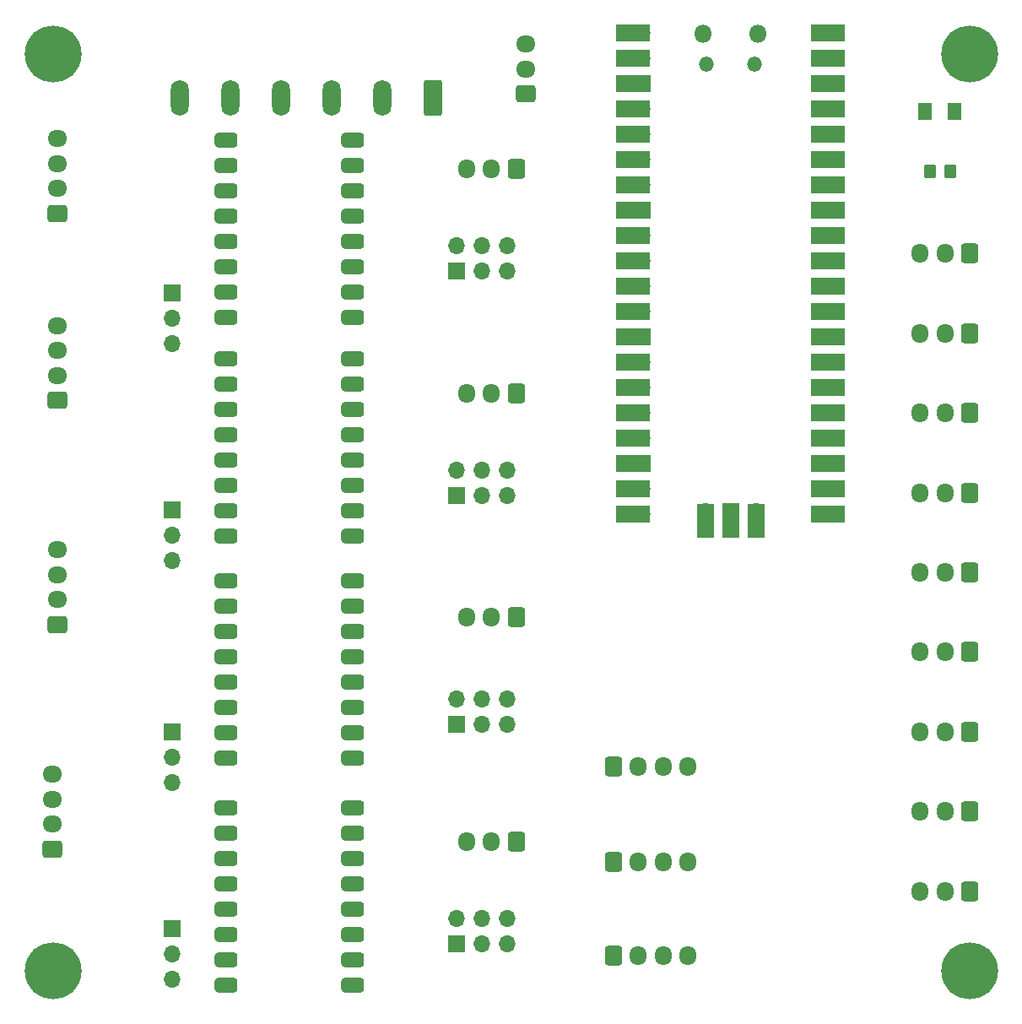
<source format=gbr>
%TF.GenerationSoftware,KiCad,Pcbnew,(6.0.2)*%
%TF.CreationDate,2022-10-21T14:00:44+13:00*%
%TF.ProjectId,PiPicoCNCShield,50695069-636f-4434-9e43-536869656c64,rev?*%
%TF.SameCoordinates,Original*%
%TF.FileFunction,Soldermask,Top*%
%TF.FilePolarity,Negative*%
%FSLAX46Y46*%
G04 Gerber Fmt 4.6, Leading zero omitted, Abs format (unit mm)*
G04 Created by KiCad (PCBNEW (6.0.2)) date 2022-10-21 14:00:44*
%MOMM*%
%LPD*%
G01*
G04 APERTURE LIST*
G04 Aperture macros list*
%AMRoundRect*
0 Rectangle with rounded corners*
0 $1 Rounding radius*
0 $2 $3 $4 $5 $6 $7 $8 $9 X,Y pos of 4 corners*
0 Add a 4 corners polygon primitive as box body*
4,1,4,$2,$3,$4,$5,$6,$7,$8,$9,$2,$3,0*
0 Add four circle primitives for the rounded corners*
1,1,$1+$1,$2,$3*
1,1,$1+$1,$4,$5*
1,1,$1+$1,$6,$7*
1,1,$1+$1,$8,$9*
0 Add four rect primitives between the rounded corners*
20,1,$1+$1,$2,$3,$4,$5,0*
20,1,$1+$1,$4,$5,$6,$7,0*
20,1,$1+$1,$6,$7,$8,$9,0*
20,1,$1+$1,$8,$9,$2,$3,0*%
G04 Aperture macros list end*
%ADD10RoundRect,0.250000X0.350000X0.450000X-0.350000X0.450000X-0.350000X-0.450000X0.350000X-0.450000X0*%
%ADD11RoundRect,0.250000X0.725000X-0.600000X0.725000X0.600000X-0.725000X0.600000X-0.725000X-0.600000X0*%
%ADD12O,1.950000X1.700000*%
%ADD13O,1.700000X1.700000*%
%ADD14R,1.700000X1.700000*%
%ADD15RoundRect,0.250000X0.600000X0.725000X-0.600000X0.725000X-0.600000X-0.725000X0.600000X-0.725000X0*%
%ADD16O,1.700000X1.950000*%
%ADD17RoundRect,0.381000X0.762000X0.381000X-0.762000X0.381000X-0.762000X-0.381000X0.762000X-0.381000X0*%
%ADD18RoundRect,0.250000X0.650000X1.550000X-0.650000X1.550000X-0.650000X-1.550000X0.650000X-1.550000X0*%
%ADD19O,1.800000X3.600000*%
%ADD20C,5.700000*%
%ADD21R,1.700000X3.500000*%
%ADD22R,3.500000X1.700000*%
%ADD23O,1.500000X1.500000*%
%ADD24O,1.800000X1.800000*%
%ADD25RoundRect,0.250000X-0.600000X-0.725000X0.600000X-0.725000X0.600000X0.725000X-0.600000X0.725000X0*%
%ADD26RoundRect,0.250001X-0.462499X-0.624999X0.462499X-0.624999X0.462499X0.624999X-0.462499X0.624999X0*%
G04 APERTURE END LIST*
D10*
%TO.C,R1*%
X194000000Y-65750000D03*
X192000000Y-65750000D03*
%TD*%
D11*
%TO.C,J23*%
X104475000Y-111250000D03*
D12*
X104475000Y-108750000D03*
X104475000Y-106250000D03*
X104475000Y-103750000D03*
%TD*%
D13*
%TO.C,J22*%
X149555000Y-118735000D03*
X149555000Y-121275000D03*
X147015000Y-118735000D03*
X147015000Y-121275000D03*
X144475000Y-118735000D03*
D14*
X144475000Y-121275000D03*
%TD*%
%TO.C,J13*%
X116000000Y-77975000D03*
D13*
X116000000Y-80515000D03*
X116000000Y-83055000D03*
%TD*%
%TO.C,J14*%
X149555000Y-73235000D03*
X149555000Y-75775000D03*
X147015000Y-73235000D03*
X147015000Y-75775000D03*
X144475000Y-73235000D03*
D14*
X144475000Y-75775000D03*
%TD*%
D11*
%TO.C,J15*%
X104475000Y-70000000D03*
D12*
X104475000Y-67500000D03*
X104475000Y-65000000D03*
X104475000Y-62500000D03*
%TD*%
D15*
%TO.C,J16*%
X150500000Y-65525000D03*
D16*
X148000000Y-65525000D03*
X145500000Y-65525000D03*
%TD*%
D12*
%TO.C,J19*%
X104475000Y-81250000D03*
X104475000Y-83750000D03*
X104475000Y-86250000D03*
D11*
X104475000Y-88750000D03*
%TD*%
D16*
%TO.C,J20*%
X145500000Y-88025000D03*
X148000000Y-88025000D03*
D15*
X150500000Y-88025000D03*
%TD*%
D14*
%TO.C,J18*%
X144475000Y-98275000D03*
D13*
X144475000Y-95735000D03*
X147015000Y-98275000D03*
X147015000Y-95735000D03*
X149555000Y-98275000D03*
X149555000Y-95735000D03*
%TD*%
D14*
%TO.C,J17*%
X116000000Y-99725000D03*
D13*
X116000000Y-102265000D03*
X116000000Y-104805000D03*
%TD*%
D14*
%TO.C,J21*%
X116000000Y-121975000D03*
D13*
X116000000Y-124515000D03*
X116000000Y-127055000D03*
%TD*%
D17*
%TO.C,U3*%
X121400000Y-102390000D03*
X121400000Y-99850000D03*
X121400000Y-97310000D03*
X121400000Y-94770000D03*
X121400000Y-92230000D03*
X121400000Y-89690000D03*
X121400000Y-87150000D03*
X121400000Y-84610000D03*
X134100000Y-84610000D03*
X134100000Y-87150000D03*
X134100000Y-89690000D03*
X134100000Y-92230000D03*
X134100000Y-94770000D03*
X134100000Y-97310000D03*
X134100000Y-99850000D03*
X134100000Y-102390000D03*
%TD*%
D18*
%TO.C,J29*%
X142145000Y-58432500D03*
D19*
X137065000Y-58432500D03*
X131985000Y-58432500D03*
X126905000Y-58432500D03*
X121825000Y-58432500D03*
X116745000Y-58432500D03*
%TD*%
D12*
%TO.C,J27*%
X103975000Y-126250000D03*
X103975000Y-128750000D03*
X103975000Y-131250000D03*
D11*
X103975000Y-133750000D03*
%TD*%
D16*
%TO.C,J28*%
X145500000Y-133025000D03*
X148000000Y-133025000D03*
D15*
X150500000Y-133025000D03*
%TD*%
D14*
%TO.C,J25*%
X116000000Y-141725000D03*
D13*
X116000000Y-144265000D03*
X116000000Y-146805000D03*
%TD*%
D17*
%TO.C,U4*%
X134100000Y-124640000D03*
X134100000Y-122100000D03*
X134100000Y-119560000D03*
X134100000Y-117020000D03*
X134100000Y-114480000D03*
X134100000Y-111940000D03*
X134100000Y-109400000D03*
X134100000Y-106860000D03*
X121400000Y-106860000D03*
X121400000Y-109400000D03*
X121400000Y-111940000D03*
X121400000Y-114480000D03*
X121400000Y-117020000D03*
X121400000Y-119560000D03*
X121400000Y-122100000D03*
X121400000Y-124640000D03*
%TD*%
%TO.C,U2*%
X134100000Y-80390000D03*
X134100000Y-77850000D03*
X134100000Y-75310000D03*
X134100000Y-72770000D03*
X134100000Y-70230000D03*
X134100000Y-67690000D03*
X134100000Y-65150000D03*
X134100000Y-62610000D03*
X121400000Y-62610000D03*
X121400000Y-65150000D03*
X121400000Y-67690000D03*
X121400000Y-70230000D03*
X121400000Y-72770000D03*
X121400000Y-75310000D03*
X121400000Y-77850000D03*
X121400000Y-80390000D03*
%TD*%
D14*
%TO.C,J26*%
X144475000Y-143275000D03*
D13*
X144475000Y-140735000D03*
X147015000Y-143275000D03*
X147015000Y-140735000D03*
X149555000Y-143275000D03*
X149555000Y-140735000D03*
%TD*%
D16*
%TO.C,J24*%
X145500000Y-110525000D03*
X148000000Y-110525000D03*
D15*
X150500000Y-110525000D03*
%TD*%
D11*
%TO.C,J30*%
X151475000Y-58000000D03*
D12*
X151475000Y-55500000D03*
X151475000Y-53000000D03*
%TD*%
D17*
%TO.C,U5*%
X134100000Y-147390000D03*
X134100000Y-144850000D03*
X134100000Y-142310000D03*
X134100000Y-139770000D03*
X134100000Y-137230000D03*
X134100000Y-134690000D03*
X134100000Y-132150000D03*
X134100000Y-129610000D03*
X121400000Y-129610000D03*
X121400000Y-132150000D03*
X121400000Y-134690000D03*
X121400000Y-137230000D03*
X121400000Y-139770000D03*
X121400000Y-142310000D03*
X121400000Y-144850000D03*
X121400000Y-147390000D03*
%TD*%
D20*
%TO.C,H4*%
X104000000Y-146000000D03*
%TD*%
%TO.C,H1*%
X104000000Y-54000000D03*
%TD*%
%TO.C,H3*%
X196000000Y-146000000D03*
%TD*%
%TO.C,H2*%
X196000000Y-54000000D03*
%TD*%
D21*
%TO.C,U1*%
X174540000Y-100800000D03*
D13*
X174540000Y-99900000D03*
D21*
X172000000Y-100800000D03*
D14*
X172000000Y-99900000D03*
D13*
X169460000Y-99900000D03*
D21*
X169460000Y-100800000D03*
D22*
X181790000Y-51870000D03*
D13*
X180890000Y-51870000D03*
X180890000Y-54410000D03*
D22*
X181790000Y-54410000D03*
D14*
X180890000Y-56950000D03*
D22*
X181790000Y-56950000D03*
D13*
X180890000Y-59490000D03*
D22*
X181790000Y-59490000D03*
X181790000Y-62030000D03*
D13*
X180890000Y-62030000D03*
X180890000Y-64570000D03*
D22*
X181790000Y-64570000D03*
D13*
X180890000Y-67110000D03*
D22*
X181790000Y-67110000D03*
D14*
X180890000Y-69650000D03*
D22*
X181790000Y-69650000D03*
X181790000Y-72190000D03*
D13*
X180890000Y-72190000D03*
D22*
X181790000Y-74730000D03*
D13*
X180890000Y-74730000D03*
X180890000Y-77270000D03*
D22*
X181790000Y-77270000D03*
X181790000Y-79810000D03*
D13*
X180890000Y-79810000D03*
D22*
X181790000Y-82350000D03*
D14*
X180890000Y-82350000D03*
D22*
X181790000Y-84890000D03*
D13*
X180890000Y-84890000D03*
X180890000Y-87430000D03*
D22*
X181790000Y-87430000D03*
D13*
X180890000Y-89970000D03*
D22*
X181790000Y-89970000D03*
X181790000Y-92510000D03*
D13*
X180890000Y-92510000D03*
D14*
X180890000Y-95050000D03*
D22*
X181790000Y-95050000D03*
D13*
X180890000Y-97590000D03*
D22*
X181790000Y-97590000D03*
D13*
X180890000Y-100130000D03*
D22*
X181790000Y-100130000D03*
D13*
X163110000Y-100130000D03*
D22*
X162210000Y-100130000D03*
X162210000Y-97590000D03*
D13*
X163110000Y-97590000D03*
D14*
X163110000Y-95050000D03*
D22*
X162210000Y-95050000D03*
D13*
X163110000Y-92510000D03*
D22*
X162210000Y-92510000D03*
D13*
X163110000Y-89970000D03*
D22*
X162210000Y-89970000D03*
X162210000Y-87430000D03*
D13*
X163110000Y-87430000D03*
X163110000Y-84890000D03*
D22*
X162210000Y-84890000D03*
X162210000Y-82350000D03*
D14*
X163110000Y-82350000D03*
D22*
X162210000Y-79810000D03*
D13*
X163110000Y-79810000D03*
X163110000Y-77270000D03*
D22*
X162210000Y-77270000D03*
X162210000Y-74730000D03*
D13*
X163110000Y-74730000D03*
X163110000Y-72190000D03*
D22*
X162210000Y-72190000D03*
X162210000Y-69650000D03*
D14*
X163110000Y-69650000D03*
D13*
X163110000Y-67110000D03*
D22*
X162210000Y-67110000D03*
X162210000Y-64570000D03*
D13*
X163110000Y-64570000D03*
D22*
X162210000Y-62030000D03*
D13*
X163110000Y-62030000D03*
D22*
X162210000Y-59490000D03*
D13*
X163110000Y-59490000D03*
D14*
X163110000Y-56950000D03*
D22*
X162210000Y-56950000D03*
X162210000Y-54410000D03*
D13*
X163110000Y-54410000D03*
D22*
X162210000Y-51870000D03*
D13*
X163110000Y-51870000D03*
D23*
X174425000Y-55030000D03*
X169575000Y-55030000D03*
D24*
X169275000Y-52000000D03*
X174725000Y-52000000D03*
%TD*%
D15*
%TO.C,J12*%
X196000000Y-74000000D03*
D16*
X193500000Y-74000000D03*
X191000000Y-74000000D03*
%TD*%
D15*
%TO.C,J11*%
X196000000Y-122000000D03*
D16*
X193500000Y-122000000D03*
X191000000Y-122000000D03*
%TD*%
D15*
%TO.C,J10*%
X196000000Y-98000000D03*
D16*
X193500000Y-98000000D03*
X191000000Y-98000000D03*
%TD*%
D15*
%TO.C,J9*%
X196000000Y-82000000D03*
D16*
X193500000Y-82000000D03*
X191000000Y-82000000D03*
%TD*%
D15*
%TO.C,J8*%
X196000000Y-106000000D03*
D16*
X193500000Y-106000000D03*
X191000000Y-106000000D03*
%TD*%
D15*
%TO.C,J7*%
X196000000Y-130000000D03*
D16*
X193500000Y-130000000D03*
X191000000Y-130000000D03*
%TD*%
D15*
%TO.C,J6*%
X196000000Y-90000000D03*
D16*
X193500000Y-90000000D03*
X191000000Y-90000000D03*
%TD*%
D15*
%TO.C,J5*%
X196000000Y-114000000D03*
D16*
X193500000Y-114000000D03*
X191000000Y-114000000D03*
%TD*%
%TO.C,J4*%
X191000000Y-138000000D03*
X193500000Y-138000000D03*
D15*
X196000000Y-138000000D03*
%TD*%
D25*
%TO.C,J3*%
X160250000Y-144475000D03*
D16*
X162750000Y-144475000D03*
X165250000Y-144475000D03*
X167750000Y-144475000D03*
%TD*%
%TO.C,J2*%
X167750000Y-125475000D03*
X165250000Y-125475000D03*
X162750000Y-125475000D03*
D25*
X160250000Y-125475000D03*
%TD*%
D16*
%TO.C,J1*%
X167750000Y-135000000D03*
X165250000Y-135000000D03*
X162750000Y-135000000D03*
D25*
X160250000Y-135000000D03*
%TD*%
D26*
%TO.C,D1*%
X191512500Y-59750000D03*
X194487500Y-59750000D03*
%TD*%
M02*

</source>
